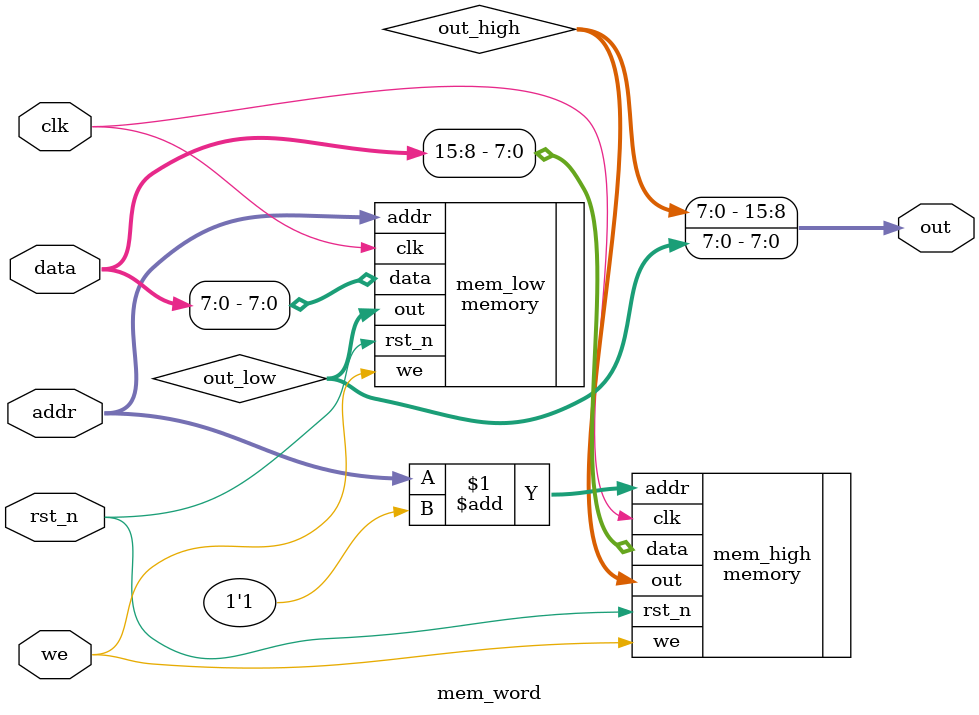
<source format=v>
module mem_word (
    input clk,
    input rst_n,
    input we, 
    input [5:0] addr,
    input [15:0] data,
    output [15:0] out
);

    wire [7:0] out_low;
    wire [7:0] out_high;
    assign out = {out_high, out_low};

    memory mem_low(.clk(clk), .rst_n(rst_n), .we(we), .addr(addr), .data(data[7:0]), .out(out_low));
    memory mem_high(.clk(clk), .rst_n(rst_n), .we(we), .addr(addr + 1'b1), .data(data[15:8]), .out(out_high));

    

endmodule
</source>
